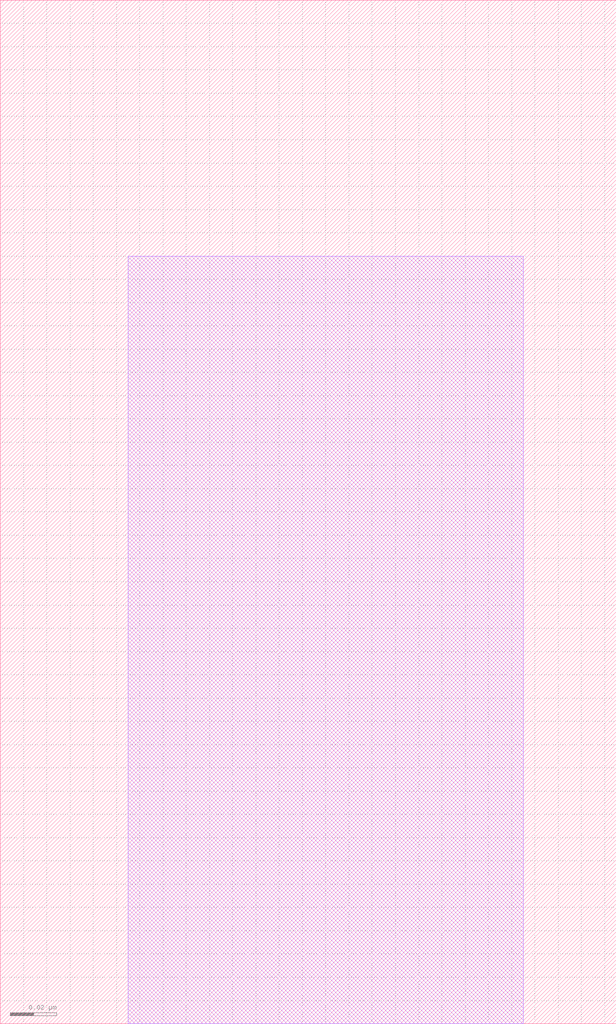
<source format=lef>
# Copyright 2020 The SkyWater PDK Authors
#
# Licensed under the Apache License, Version 2.0 (the "License");
# you may not use this file except in compliance with the License.
# You may obtain a copy of the License at
#
#     https://www.apache.org/licenses/LICENSE-2.0
#
# Unless required by applicable law or agreed to in writing, software
# distributed under the License is distributed on an "AS IS" BASIS,
# WITHOUT WARRANTIES OR CONDITIONS OF ANY KIND, either express or implied.
# See the License for the specific language governing permissions and
# limitations under the License.
#
# SPDX-License-Identifier: Apache-2.0

VERSION 5.7 ;
  NOWIREEXTENSIONATPIN ON ;
  DIVIDERCHAR "/" ;
  BUSBITCHARS "[]" ;
MACRO sky130_fd_pr__dfl1sd__example_175312940
  CLASS BLOCK ;
  FOREIGN sky130_fd_pr__dfl1sd__example_175312940 ;
  ORIGIN  0.000000  0.020000 ;
  SIZE  0.265000 BY  0.440000 ;
  OBS
    LAYER li1 ;
      RECT 0.055000 -0.020000 0.225000 0.310000 ;
  END
END sky130_fd_pr__dfl1sd__example_175312940
END LIBRARY

</source>
